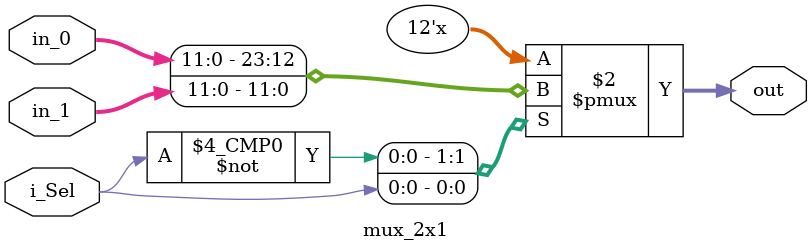
<source format=sv>
`timescale 1ns / 1ps

module mux_2x1 #(

    parameter DATA_WIDTH = 12

) (
    
    input   logic   [DATA_WIDTH - 1 : 0] in_0 ,
    input   logic   [DATA_WIDTH - 1 : 0] in_1 ,
    input   logic                        i_Sel,

    output  logic   [DATA_WIDTH - 1 : 0] out

);


always_comb begin
    
    case (i_Sel)

        1'b0 :begin
            out = in_0;
        end

        1'b1 :begin
            out = in_1;
        end

        default: out = 'b0;
    endcase
    
end
endmodule
</source>
